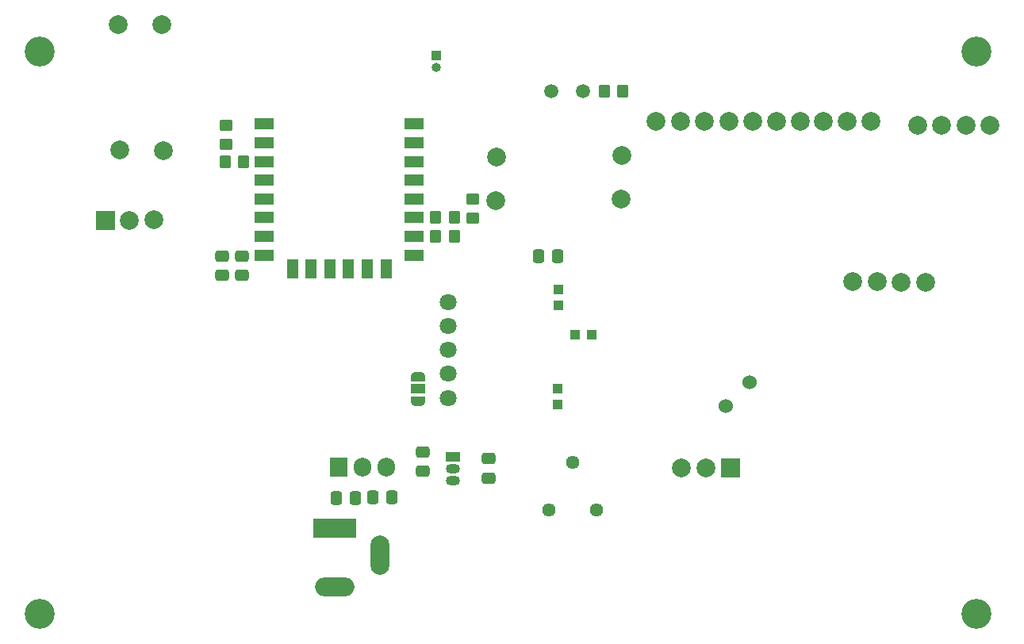
<source format=gbr>
%TF.GenerationSoftware,KiCad,Pcbnew,(7.0.0)*%
%TF.CreationDate,2024-01-25T16:52:26+01:00*%
%TF.ProjectId,Sensorbox,53656e73-6f72-4626-9f78-2e6b69636164,rev?*%
%TF.SameCoordinates,PX62b48e0PY7ffbac0*%
%TF.FileFunction,Soldermask,Top*%
%TF.FilePolarity,Negative*%
%FSLAX46Y46*%
G04 Gerber Fmt 4.6, Leading zero omitted, Abs format (unit mm)*
G04 Created by KiCad (PCBNEW (7.0.0)) date 2024-01-25 16:52:26*
%MOMM*%
%LPD*%
G01*
G04 APERTURE LIST*
G04 Aperture macros list*
%AMRoundRect*
0 Rectangle with rounded corners*
0 $1 Rounding radius*
0 $2 $3 $4 $5 $6 $7 $8 $9 X,Y pos of 4 corners*
0 Add a 4 corners polygon primitive as box body*
4,1,4,$2,$3,$4,$5,$6,$7,$8,$9,$2,$3,0*
0 Add four circle primitives for the rounded corners*
1,1,$1+$1,$2,$3*
1,1,$1+$1,$4,$5*
1,1,$1+$1,$6,$7*
1,1,$1+$1,$8,$9*
0 Add four rect primitives between the rounded corners*
20,1,$1+$1,$2,$3,$4,$5,0*
20,1,$1+$1,$4,$5,$6,$7,0*
20,1,$1+$1,$6,$7,$8,$9,0*
20,1,$1+$1,$8,$9,$2,$3,0*%
%AMFreePoly0*
4,1,19,0.550000,-0.750000,0.000000,-0.750000,0.000000,-0.744911,-0.071157,-0.744911,-0.207708,-0.704816,-0.327430,-0.627875,-0.420627,-0.520320,-0.479746,-0.390866,-0.500000,-0.250000,-0.500000,0.250000,-0.479746,0.390866,-0.420627,0.520320,-0.327430,0.627875,-0.207708,0.704816,-0.071157,0.744911,0.000000,0.744911,0.000000,0.750000,0.550000,0.750000,0.550000,-0.750000,0.550000,-0.750000,
$1*%
%AMFreePoly1*
4,1,19,0.000000,0.744911,0.071157,0.744911,0.207708,0.704816,0.327430,0.627875,0.420627,0.520320,0.479746,0.390866,0.500000,0.250000,0.500000,-0.250000,0.479746,-0.390866,0.420627,-0.520320,0.327430,-0.627875,0.207708,-0.704816,0.071157,-0.744911,0.000000,-0.744911,0.000000,-0.750000,-0.550000,-0.750000,-0.550000,0.750000,0.000000,0.750000,0.000000,0.744911,0.000000,0.744911,
$1*%
G04 Aperture macros list end*
%ADD10C,3.200000*%
%ADD11RoundRect,0.250000X-0.350000X-0.450000X0.350000X-0.450000X0.350000X0.450000X-0.350000X0.450000X0*%
%ADD12RoundRect,0.250000X0.350000X0.450000X-0.350000X0.450000X-0.350000X-0.450000X0.350000X-0.450000X0*%
%ADD13C,2.000000*%
%ADD14RoundRect,0.250000X0.337500X0.475000X-0.337500X0.475000X-0.337500X-0.475000X0.337500X-0.475000X0*%
%ADD15R,2.000000X2.000000*%
%ADD16RoundRect,0.250000X-0.475000X0.337500X-0.475000X-0.337500X0.475000X-0.337500X0.475000X0.337500X0*%
%ADD17R,1.500000X1.050000*%
%ADD18O,1.500000X1.050000*%
%ADD19R,1.000000X1.000000*%
%ADD20O,1.000000X1.000000*%
%ADD21RoundRect,0.250000X-0.450000X0.350000X-0.450000X-0.350000X0.450000X-0.350000X0.450000X0.350000X0*%
%ADD22RoundRect,0.250000X-0.337500X-0.475000X0.337500X-0.475000X0.337500X0.475000X-0.337500X0.475000X0*%
%ADD23C,1.440000*%
%ADD24R,1.905000X2.000000*%
%ADD25O,1.905000X2.000000*%
%ADD26C,1.500000*%
%ADD27R,2.000000X1.200000*%
%ADD28R,1.200000X2.000000*%
%ADD29R,4.600000X2.000000*%
%ADD30O,4.200000X2.000000*%
%ADD31O,2.000000X4.200000*%
%ADD32C,1.800000*%
%ADD33C,1.524000*%
%ADD34FreePoly0,90.000000*%
%ADD35R,1.500000X1.000000*%
%ADD36FreePoly1,90.000000*%
%ADD37RoundRect,0.250000X0.475000X-0.337500X0.475000X0.337500X-0.475000X0.337500X-0.475000X-0.337500X0*%
G04 APERTURE END LIST*
D10*
%TO.C,H104*%
X5000000Y5000000D03*
%TD*%
%TO.C,H103*%
X105000000Y5000000D03*
%TD*%
%TO.C,H102*%
X5000000Y65000000D03*
%TD*%
%TO.C,H101*%
X105000000Y65000000D03*
%TD*%
D11*
%TO.C,R104*%
X24800000Y53200000D03*
X26800000Y53200000D03*
%TD*%
D12*
%TO.C,R106*%
X49300000Y45300000D03*
X47300000Y45300000D03*
%TD*%
D13*
%TO.C,SW101*%
X13580505Y54521625D03*
X13435000Y67905000D03*
X18230524Y54463184D03*
X18085019Y67846559D03*
%TD*%
D14*
%TO.C,C104*%
X42637500Y17400000D03*
X40562500Y17400000D03*
%TD*%
D13*
%TO.C,SB103*%
X17206816Y47030524D03*
X14606816Y47010524D03*
D15*
X12016815Y47010523D03*
%TD*%
D13*
%TO.C,SW102*%
X53758441Y53750019D03*
X67141816Y53895524D03*
X53700000Y49100000D03*
X67083375Y49245505D03*
%TD*%
D16*
%TO.C,C102*%
X24500000Y43200000D03*
X24500000Y41125000D03*
%TD*%
D17*
%TO.C,U103*%
X49139999Y21724999D03*
D18*
X49139999Y20454999D03*
X49139999Y19184999D03*
%TD*%
D13*
%TO.C,SB105*%
X99580000Y40400000D03*
X97000000Y40400000D03*
X94400000Y40420000D03*
X91810000Y40420000D03*
%TD*%
D19*
%TO.C,J101*%
X47399999Y64599999D03*
D20*
X47399999Y63329999D03*
%TD*%
D13*
%TO.C,SB104*%
X73560000Y20580000D03*
X76160000Y20600000D03*
D15*
X78749999Y20599999D03*
%TD*%
D21*
%TO.C,R103*%
X51236816Y49230524D03*
X51236816Y47230524D03*
%TD*%
D11*
%TO.C,R105*%
X47300000Y47300000D03*
X49300000Y47300000D03*
%TD*%
D13*
%TO.C,SB102*%
X106500000Y57120000D03*
X103920000Y57120000D03*
X101320000Y57100000D03*
X98730000Y57100000D03*
%TD*%
D22*
%TO.C,C107*%
X58252959Y43193485D03*
X60327959Y43193485D03*
%TD*%
D23*
%TO.C,RV101*%
X64440000Y16045000D03*
X61900000Y21125000D03*
X59360000Y16045000D03*
%TD*%
D22*
%TO.C,C103*%
X36662500Y17300000D03*
X38737500Y17300000D03*
%TD*%
D24*
%TO.C,U102*%
X36959999Y20654999D03*
D25*
X39499999Y20654999D03*
X42039999Y20654999D03*
%TD*%
D13*
%TO.C,UB101*%
X93790000Y57590000D03*
X91260000Y57590000D03*
X88720000Y57570000D03*
X86250000Y57580000D03*
X83690000Y57590000D03*
X81110000Y57550000D03*
X78580000Y57540000D03*
X76000000Y57540000D03*
X73400000Y57520000D03*
X70810000Y57520000D03*
%TD*%
D26*
%TO.C,R101*%
X59600000Y60800000D03*
X63000000Y60800000D03*
%TD*%
D27*
%TO.C,U101*%
X28999999Y57279999D03*
X28999999Y55279999D03*
X28999999Y53279999D03*
X28999999Y51279999D03*
X28999999Y49279999D03*
X28999999Y47279999D03*
X28999999Y45279999D03*
X28999999Y43279999D03*
D28*
X31999999Y41799999D03*
X33999999Y41799999D03*
X35999999Y41799999D03*
X37999999Y41799999D03*
X39999999Y41799999D03*
X41999999Y41799999D03*
D27*
X44999999Y43279999D03*
X44999999Y45279999D03*
X44999999Y47279999D03*
X44999999Y49279999D03*
X44999999Y51279999D03*
X44999999Y53279999D03*
X44999999Y55279999D03*
X44999999Y57279999D03*
%TD*%
D16*
%TO.C,C101*%
X26600000Y43200000D03*
X26600000Y41125000D03*
%TD*%
D29*
%TO.C,J102*%
X36549999Y14149999D03*
D30*
X36549999Y7849999D03*
D31*
X41349999Y11249999D03*
%TD*%
D32*
%TO.C,SB101*%
X48642959Y28013485D03*
X48652959Y30593485D03*
X48652959Y33133485D03*
X48672959Y35673485D03*
X48672959Y38223485D03*
D33*
X80802959Y29703485D03*
X78272959Y27183485D03*
D19*
X60379032Y37888314D03*
X60382303Y39592234D03*
X60337841Y27297615D03*
X60299999Y28999999D03*
X63951582Y34771849D03*
X62209190Y34786073D03*
%TD*%
D34*
%TO.C,JP101*%
X45452959Y27693485D03*
D35*
X45452958Y28993484D03*
D36*
X45452959Y30293485D03*
%TD*%
D11*
%TO.C,R107*%
X65300000Y60800000D03*
X67300000Y60800000D03*
%TD*%
D37*
%TO.C,C106*%
X45940000Y20187500D03*
X45940000Y22262500D03*
%TD*%
D21*
%TO.C,R102*%
X24900000Y57100000D03*
X24900000Y55100000D03*
%TD*%
D37*
%TO.C,C105*%
X52940000Y19462500D03*
X52940000Y21537500D03*
%TD*%
M02*

</source>
